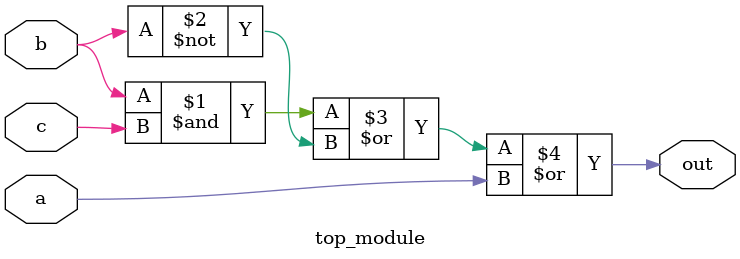
<source format=sv>
module top_module(
	input a, 
	input b,
	input c,
	output out
);

	assign out = (b & c) | (~b) | (a);

endmodule

</source>
